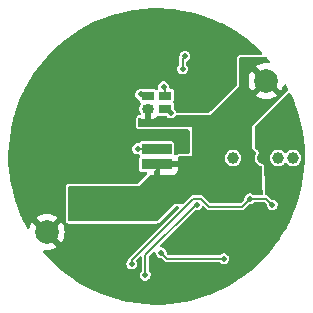
<source format=gbr>
%TF.GenerationSoftware,KiCad,Pcbnew,(6.0.1)*%
%TF.CreationDate,2023-02-09T13:28:00-07:00*%
%TF.ProjectId,NoteDetector,4e6f7465-4465-4746-9563-746f722e6b69,rev?*%
%TF.SameCoordinates,Original*%
%TF.FileFunction,Copper,L2,Bot*%
%TF.FilePolarity,Positive*%
%FSLAX46Y46*%
G04 Gerber Fmt 4.6, Leading zero omitted, Abs format (unit mm)*
G04 Created by KiCad (PCBNEW (6.0.1)) date 2023-02-09 13:28:00*
%MOMM*%
%LPD*%
G01*
G04 APERTURE LIST*
G04 Aperture macros list*
%AMRoundRect*
0 Rectangle with rounded corners*
0 $1 Rounding radius*
0 $2 $3 $4 $5 $6 $7 $8 $9 X,Y pos of 4 corners*
0 Add a 4 corners polygon primitive as box body*
4,1,4,$2,$3,$4,$5,$6,$7,$8,$9,$2,$3,0*
0 Add four circle primitives for the rounded corners*
1,1,$1+$1,$2,$3*
1,1,$1+$1,$4,$5*
1,1,$1+$1,$6,$7*
1,1,$1+$1,$8,$9*
0 Add four rect primitives between the rounded corners*
20,1,$1+$1,$2,$3,$4,$5,0*
20,1,$1+$1,$4,$5,$6,$7,0*
20,1,$1+$1,$6,$7,$8,$9,0*
20,1,$1+$1,$8,$9,$2,$3,0*%
G04 Aperture macros list end*
%TA.AperFunction,SMDPad,CuDef*%
%ADD10RoundRect,0.360000X0.140000X0.040000X-0.140000X0.040000X-0.140000X-0.040000X0.140000X-0.040000X0*%
%TD*%
%TA.AperFunction,SMDPad,CuDef*%
%ADD11R,1.000000X0.800000*%
%TD*%
%TA.AperFunction,SMDPad,CuDef*%
%ADD12RoundRect,0.090000X1.210000X0.360000X-1.210000X0.360000X-1.210000X-0.360000X1.210000X-0.360000X0*%
%TD*%
%TA.AperFunction,ComponentPad*%
%ADD13C,2.000000*%
%TD*%
%TA.AperFunction,ViaPad*%
%ADD14C,1.000000*%
%TD*%
%TA.AperFunction,ViaPad*%
%ADD15C,0.508000*%
%TD*%
%TA.AperFunction,Conductor*%
%ADD16C,0.152400*%
%TD*%
G04 APERTURE END LIST*
D10*
%TO.P,D1,1,A*%
%TO.N,+BATT*%
X-750000Y4050000D03*
D11*
%TO.P,D1,2,BK*%
%TO.N,Net-(C15-Pad1)*%
X750000Y4050000D03*
%TO.P,D1,3,GK*%
%TO.N,Net-(C14-Pad1)*%
X750000Y5150000D03*
%TO.P,D1,4,RK*%
%TO.N,Net-(C13-Pad1)*%
X-750000Y5150000D03*
%TD*%
D12*
%TO.P,MK1,2,+*%
%TO.N,+BATT*%
X0Y-650000D03*
%TO.P,MK1,1,-*%
%TO.N,/Audio_raw*%
X0Y650000D03*
%TD*%
D13*
%TO.P,J4,1,Pin_1*%
%TO.N,+BATT*%
X9300000Y6400000D03*
%TD*%
%TO.P,J5,1,Pin_1*%
%TO.N,GND*%
X-9300000Y-6400000D03*
%TD*%
D14*
%TO.N,/ICSP_DAT*%
X10287000Y-127000D03*
%TO.N,+BATT*%
X7747000Y-127000D03*
%TO.N,/ICSP_CLK*%
X11557000Y-127000D03*
%TO.N,GND*%
X9017000Y-127000D03*
%TO.N,/~{MCLR}*%
X6477000Y-127000D03*
D15*
%TO.N,+BATT*%
X5120300Y-3598080D03*
X6500000Y-3720300D03*
X6600000Y-2700000D03*
X2050000Y-387066D03*
%TO.N,GND*%
X550000Y10550000D03*
X-950000Y8450000D03*
X50000Y2000000D03*
X2500000Y672334D03*
%TO.N,Net-(C7-Pad1)*%
X-950000Y-10050000D03*
X3400000Y-4100000D03*
%TO.N,GND*%
X-2400000Y-750000D03*
X4500000Y10100000D03*
X3700000Y5950000D03*
X3700000Y4000000D03*
X7800000Y-6100000D03*
%TO.N,/Audio_raw*%
X-1600000Y650000D03*
%TO.N,/Audio_In*%
X9800000Y-4100000D03*
X7894204Y-3574798D03*
X-2100000Y-9100000D03*
%TO.N,Net-(C6-Pad2)*%
X5700000Y-8650000D03*
X385746Y-8147003D03*
%TO.N,Net-(Q4-Pad3)*%
X2400000Y8480420D03*
X2200000Y7421020D03*
%TO.N,Net-(C14-Pad1)*%
X600000Y5900000D03*
%TO.N,Net-(C13-Pad1)*%
X-1350000Y5250000D03*
%TO.N,Net-(C15-Pad1)*%
X1200000Y3700000D03*
%TO.N,+BATT*%
X-351116Y-5100000D03*
%TD*%
D16*
%TO.N,/Audio_In*%
X3079711Y-3570289D02*
X-2100000Y-8750000D01*
X3770289Y-3570289D02*
X3079711Y-3570289D01*
X4450000Y-4250000D02*
X3770289Y-3570289D01*
X-2100000Y-8750000D02*
X-2100000Y-9100000D01*
X7219002Y-4250000D02*
X4450000Y-4250000D01*
X7894204Y-3574798D02*
X7219002Y-4250000D01*
%TO.N,Net-(C7-Pad1)*%
X3300000Y-4100000D02*
X-950000Y-8350000D01*
X-950000Y-8350000D02*
X-950000Y-10050000D01*
X3400000Y-4100000D02*
X3300000Y-4100000D01*
%TO.N,+BATT*%
X0Y-650000D02*
X1787066Y-650000D01*
X1787066Y-650000D02*
X2050000Y-387066D01*
%TO.N,Net-(C6-Pad2)*%
X888743Y-8650000D02*
X5700000Y-8650000D01*
X385746Y-8147003D02*
X888743Y-8650000D01*
%TO.N,/Audio_raw*%
X-1600000Y650000D02*
X0Y650000D01*
%TO.N,/Audio_In*%
X9800000Y-4100000D02*
X9274798Y-3574798D01*
X9274798Y-3574798D02*
X7894204Y-3574798D01*
%TO.N,Net-(Q4-Pad3)*%
X2200000Y7421020D02*
X2200000Y8280420D01*
X2200000Y8280420D02*
X2400000Y8480420D01*
%TO.N,Net-(C14-Pad1)*%
X750000Y5750000D02*
X600000Y5900000D01*
X750000Y5150000D02*
X750000Y5750000D01*
%TO.N,Net-(C13-Pad1)*%
X-1250000Y5150000D02*
X-1350000Y5250000D01*
X-750000Y5150000D02*
X-1250000Y5150000D01*
%TO.N,Net-(C15-Pad1)*%
X850000Y4050000D02*
X1200000Y3700000D01*
X750000Y4050000D02*
X850000Y4050000D01*
%TD*%
%TA.AperFunction,Conductor*%
%TO.N,GND*%
G36*
X91116Y12547571D02*
G01*
X437748Y12535467D01*
X784389Y12523361D01*
X791394Y12522921D01*
X1482228Y12460050D01*
X1489214Y12459217D01*
X2175456Y12357882D01*
X2182386Y12356660D01*
X2861888Y12217178D01*
X2868738Y12215572D01*
X3539424Y12038369D01*
X3546174Y12036382D01*
X4205891Y11822027D01*
X4212520Y11819667D01*
X4859273Y11568808D01*
X4865759Y11566081D01*
X5212681Y11408711D01*
X5497482Y11279519D01*
X5503781Y11276447D01*
X6118549Y10955054D01*
X6124691Y10951621D01*
X6720528Y10596431D01*
X6726469Y10592661D01*
X7301563Y10204755D01*
X7307282Y10200661D01*
X7808739Y9820035D01*
X7859819Y9781263D01*
X7865300Y9776857D01*
X8393578Y9327256D01*
X8398789Y9322564D01*
X8901157Y8844166D01*
X8906097Y8839191D01*
X8914635Y8830099D01*
X8931395Y8812251D01*
X8963444Y8748900D01*
X8956156Y8678279D01*
X8911844Y8622808D01*
X8839543Y8600000D01*
X7126000Y8600000D01*
X7122654Y8599640D01*
X7122648Y8599640D01*
X7108564Y8598126D01*
X7083488Y8595430D01*
X7031146Y8584044D01*
X7021238Y8581622D01*
X6942686Y8539764D01*
X6889030Y8493271D01*
X6871555Y8476149D01*
X6828103Y8398467D01*
X6826109Y8391675D01*
X6809496Y8335096D01*
X6808101Y8330346D01*
X6807461Y8325898D01*
X6807460Y8325891D01*
X6802900Y8294170D01*
X6800000Y8274000D01*
X6800000Y6086967D01*
X6779998Y6018846D01*
X6762192Y5996977D01*
X6061371Y5310173D01*
X4585358Y3863680D01*
X4455081Y3736009D01*
X4392428Y3702615D01*
X4366890Y3700000D01*
X1768415Y3700000D01*
X1700294Y3720002D01*
X1653801Y3773658D01*
X1643688Y3808136D01*
X1641991Y3819986D01*
X1640718Y3828875D01*
X1586832Y3947390D01*
X1501850Y4046017D01*
X1494319Y4050899D01*
X1493667Y4051467D01*
X1455485Y4111322D01*
X1450500Y4146413D01*
X1450500Y4469748D01*
X1438867Y4528231D01*
X1431974Y4538547D01*
X1427223Y4550017D01*
X1430937Y4551555D01*
X1416472Y4597751D01*
X1431312Y4648289D01*
X1427223Y4649983D01*
X1431974Y4661453D01*
X1438867Y4671769D01*
X1450500Y4730252D01*
X1450500Y5569748D01*
X1438867Y5628231D01*
X1394552Y5694552D01*
X1328231Y5738867D01*
X1316062Y5741288D01*
X1316061Y5741288D01*
X1275816Y5749293D01*
X1269748Y5750500D01*
X1184065Y5750500D01*
X1115944Y5770502D01*
X1069451Y5824158D01*
X1058717Y5886880D01*
X1059037Y5888781D01*
X1059174Y5900000D01*
X1040718Y6028875D01*
X986832Y6147390D01*
X901850Y6246017D01*
X792601Y6316828D01*
X667870Y6354130D01*
X658894Y6354185D01*
X658893Y6354185D01*
X605678Y6354510D01*
X537683Y6354926D01*
X412505Y6319150D01*
X404918Y6314363D01*
X404916Y6314362D01*
X388083Y6303741D01*
X302400Y6249679D01*
X216219Y6152097D01*
X212404Y6143972D01*
X212403Y6143970D01*
X200468Y6118548D01*
X160890Y6034249D01*
X159509Y6025380D01*
X145091Y5932780D01*
X140860Y5905610D01*
X142024Y5896708D01*
X142024Y5896704D01*
X153520Y5808793D01*
X142520Y5738654D01*
X117679Y5703361D01*
X115761Y5701443D01*
X105448Y5694552D01*
X98557Y5684239D01*
X89778Y5675460D01*
X86757Y5678481D01*
X50279Y5647999D01*
X-20165Y5639157D01*
X-84207Y5669803D01*
X-89419Y5675819D01*
X-89778Y5675460D01*
X-98557Y5684239D01*
X-105448Y5694552D01*
X-171769Y5738867D01*
X-183938Y5741288D01*
X-183939Y5741288D01*
X-224184Y5749293D01*
X-230252Y5750500D01*
X-1269748Y5750500D01*
X-1328231Y5738867D01*
X-1347421Y5726044D01*
X-1348719Y5725177D01*
X-1401620Y5705107D01*
X-1403342Y5704871D01*
X-1412317Y5704926D01*
X-1537495Y5669150D01*
X-1545082Y5664363D01*
X-1545084Y5664362D01*
X-1585031Y5639157D01*
X-1647600Y5599679D01*
X-1733781Y5502097D01*
X-1737596Y5493972D01*
X-1737597Y5493970D01*
X-1785074Y5392846D01*
X-1789110Y5384249D01*
X-1790491Y5375380D01*
X-1798931Y5321173D01*
X-1809140Y5255610D01*
X-1807976Y5246708D01*
X-1807976Y5246705D01*
X-1802479Y5204671D01*
X-1792259Y5126519D01*
X-1739826Y5007355D01*
X-1656054Y4907697D01*
X-1547680Y4835556D01*
X-1539108Y4832878D01*
X-1539106Y4832877D01*
X-1537125Y4832258D01*
X-1535413Y4831116D01*
X-1531011Y4829016D01*
X-1531314Y4828380D01*
X-1478069Y4792850D01*
X-1451688Y4730016D01*
X-1450500Y4730252D01*
X-1438867Y4671769D01*
X-1394552Y4605448D01*
X-1384239Y4598557D01*
X-1384236Y4598554D01*
X-1378443Y4594683D01*
X-1332916Y4540206D01*
X-1324069Y4469762D01*
X-1348483Y4413216D01*
X-1379596Y4372668D01*
X-1436074Y4236320D01*
X-1450500Y4126741D01*
X-1450499Y3973260D01*
X-1449961Y3969175D01*
X-1449961Y3969171D01*
X-1446018Y3939218D01*
X-1436074Y3863680D01*
X-1379596Y3727331D01*
X-1374569Y3720780D01*
X-1374567Y3720776D01*
X-1351378Y3690555D01*
X-1325778Y3624335D01*
X-1340043Y3554786D01*
X-1389645Y3503990D01*
X-1434865Y3491427D01*
X-1434531Y3489101D01*
X-1504805Y3478997D01*
X-1506681Y3478609D01*
X-1506692Y3478607D01*
X-1512543Y3477396D01*
X-1528762Y3474041D01*
X-1607314Y3432183D01*
X-1660970Y3385690D01*
X-1678445Y3368568D01*
X-1721897Y3290886D01*
X-1741899Y3222765D01*
X-1750000Y3166419D01*
X-1750000Y2626000D01*
X-1745430Y2583488D01*
X-1734044Y2531146D01*
X-1731622Y2521238D01*
X-1689764Y2442686D01*
X-1643271Y2389030D01*
X-1626149Y2371555D01*
X-1548467Y2328103D01*
X-1515002Y2318277D01*
X-1484669Y2309370D01*
X-1484665Y2309369D01*
X-1480346Y2308101D01*
X-1475898Y2307461D01*
X-1475891Y2307460D01*
X-1428448Y2300639D01*
X-1428441Y2300639D01*
X-1424000Y2300000D01*
X2674000Y2300000D01*
X2742121Y2279998D01*
X2788614Y2226342D01*
X2800000Y2174000D01*
X2800000Y326000D01*
X2779998Y257879D01*
X2726342Y211386D01*
X2674000Y200000D01*
X1918656Y200000D01*
X1863452Y192231D01*
X1859219Y191016D01*
X1859217Y191015D01*
X1816428Y178727D01*
X1796597Y173032D01*
X1774636Y165315D01*
X1767383Y160132D01*
X1767380Y160130D01*
X1740277Y140760D01*
X1702220Y113562D01*
X1701620Y114402D01*
X1643421Y86494D01*
X1572971Y95280D01*
X1518454Y140760D01*
X1497179Y208494D01*
X1498005Y225440D01*
X1500500Y246842D01*
X1500500Y1053158D01*
X1497486Y1078489D01*
X1493649Y1087128D01*
X1493648Y1087131D01*
X1458277Y1166763D01*
X1458276Y1166764D01*
X1453556Y1177391D01*
X1376966Y1253847D01*
X1277987Y1297605D01*
X1261717Y1299502D01*
X1256797Y1300076D01*
X1256792Y1300076D01*
X1253158Y1300500D01*
X-1253158Y1300500D01*
X-1261745Y1299478D01*
X-1269097Y1298604D01*
X-1269100Y1298603D01*
X-1278489Y1297486D01*
X-1287128Y1293649D01*
X-1287131Y1293648D01*
X-1366763Y1258277D01*
X-1366764Y1258276D01*
X-1377391Y1253556D01*
X-1453847Y1176966D01*
X-1458552Y1166325D01*
X-1463456Y1159162D01*
X-1518446Y1114255D01*
X-1568189Y1104350D01*
X-1662317Y1104926D01*
X-1787495Y1069150D01*
X-1897600Y999679D01*
X-1983781Y902097D01*
X-1987596Y893972D01*
X-1987597Y893970D01*
X-1998019Y871771D01*
X-2039110Y784249D01*
X-2040491Y775380D01*
X-2052962Y695285D01*
X-2059140Y655610D01*
X-2057976Y646708D01*
X-2057976Y646705D01*
X-2043520Y536161D01*
X-2042259Y526519D01*
X-1989826Y407355D01*
X-1906054Y307697D01*
X-1898586Y302726D01*
X-1898585Y302725D01*
X-1805150Y240528D01*
X-1805147Y240527D01*
X-1797680Y235556D01*
X-1789113Y232880D01*
X-1789112Y232879D01*
X-1765326Y225448D01*
X-1673413Y196733D01*
X-1664440Y196569D01*
X-1664437Y196568D01*
X-1564540Y194737D01*
X-1496798Y173489D01*
X-1463011Y140127D01*
X-1458279Y133241D01*
X-1453556Y122609D01*
X-1420051Y89163D01*
X-1385973Y26884D01*
X-1390976Y-43936D01*
X-1419894Y-89022D01*
X-1453847Y-123034D01*
X-1497605Y-222013D01*
X-1500500Y-246842D01*
X-1500500Y-1053158D01*
X-1497486Y-1078489D01*
X-1493649Y-1087128D01*
X-1493648Y-1087131D01*
X-1458277Y-1166763D01*
X-1453556Y-1177391D01*
X-1376966Y-1253847D01*
X-1277987Y-1297605D01*
X-1261717Y-1299502D01*
X-1256797Y-1300076D01*
X-1256792Y-1300076D01*
X-1253158Y-1300500D01*
X-887532Y-1300500D01*
X-819411Y-1320502D01*
X-772918Y-1374158D01*
X-762814Y-1444432D01*
X-792308Y-1509012D01*
X-798437Y-1515595D01*
X-1545937Y-2263095D01*
X-1608249Y-2297121D01*
X-1635032Y-2300000D01*
X-7374000Y-2300000D01*
X-7377346Y-2300360D01*
X-7377352Y-2300360D01*
X-7391436Y-2301874D01*
X-7416512Y-2304570D01*
X-7468854Y-2315956D01*
X-7478762Y-2318378D01*
X-7557314Y-2360236D01*
X-7610970Y-2406729D01*
X-7628445Y-2423851D01*
X-7671897Y-2501533D01*
X-7691899Y-2569654D01*
X-7692539Y-2574102D01*
X-7692540Y-2574109D01*
X-7697538Y-2608876D01*
X-7700000Y-2626000D01*
X-7700000Y-5374000D01*
X-7695430Y-5416512D01*
X-7684044Y-5468854D01*
X-7681622Y-5478762D01*
X-7639764Y-5557314D01*
X-7593271Y-5610970D01*
X-7576149Y-5628445D01*
X-7498467Y-5671897D01*
X-7465002Y-5681723D01*
X-7434669Y-5690630D01*
X-7434665Y-5690631D01*
X-7430346Y-5691899D01*
X-7425898Y-5692539D01*
X-7425891Y-5692540D01*
X-7378448Y-5699361D01*
X-7378441Y-5699361D01*
X-7374000Y-5700000D01*
X-52190Y-5700000D01*
X-30814Y-5698854D01*
X-4031Y-5695975D01*
X70445Y-5672656D01*
X78162Y-5668442D01*
X128806Y-5640788D01*
X128811Y-5640785D01*
X132757Y-5638630D01*
X146362Y-5628445D01*
X174721Y-5607215D01*
X174723Y-5607213D01*
X178326Y-5604516D01*
X1545937Y-4236905D01*
X1608249Y-4202879D01*
X1635032Y-4200000D01*
X1754497Y-4200000D01*
X1822618Y-4220002D01*
X1869111Y-4273658D01*
X1879215Y-4343932D01*
X1849721Y-4408512D01*
X1843592Y-4415095D01*
X-2261857Y-8520544D01*
X-2263320Y-8521807D01*
X-2267833Y-8524013D01*
X-2275704Y-8532498D01*
X-2298366Y-8556928D01*
X-2301646Y-8560333D01*
X-2313855Y-8572542D01*
X-2316427Y-8576292D01*
X-2318175Y-8578282D01*
X-2330023Y-8591054D01*
X-2330024Y-8591056D01*
X-2337935Y-8599584D01*
X-2342246Y-8610389D01*
X-2346211Y-8616662D01*
X-2347768Y-8619578D01*
X-2350775Y-8626363D01*
X-2357356Y-8635956D01*
X-2360042Y-8647272D01*
X-2360042Y-8647273D01*
X-2362429Y-8657332D01*
X-2367992Y-8674919D01*
X-2376132Y-8695324D01*
X-2376700Y-8701117D01*
X-2376700Y-8702944D01*
X-2377299Y-8705405D01*
X-2405286Y-8759024D01*
X-2477839Y-8841174D01*
X-2477841Y-8841178D01*
X-2483781Y-8847903D01*
X-2487596Y-8856028D01*
X-2487597Y-8856030D01*
X-2522132Y-8929588D01*
X-2539110Y-8965751D01*
X-2540491Y-8974620D01*
X-2555929Y-9073770D01*
X-2559140Y-9094390D01*
X-2557976Y-9103291D01*
X-2557976Y-9103295D01*
X-2544756Y-9204389D01*
X-2542259Y-9223481D01*
X-2489826Y-9342645D01*
X-2406054Y-9442303D01*
X-2398586Y-9447274D01*
X-2398585Y-9447275D01*
X-2305150Y-9509472D01*
X-2305147Y-9509473D01*
X-2297680Y-9514444D01*
X-2289113Y-9517120D01*
X-2289112Y-9517121D01*
X-2267829Y-9523770D01*
X-2173413Y-9553267D01*
X-2164440Y-9553431D01*
X-2164437Y-9553432D01*
X-2107210Y-9554481D01*
X-2043245Y-9555653D01*
X-1991083Y-9541432D01*
X-1926299Y-9523770D01*
X-1926297Y-9523769D01*
X-1917640Y-9521409D01*
X-1806694Y-9453288D01*
X-1790533Y-9435434D01*
X-1725356Y-9363427D01*
X-1725355Y-9363426D01*
X-1719328Y-9356767D01*
X-1662563Y-9239604D01*
X-1640963Y-9111219D01*
X-1640826Y-9100000D01*
X-1659282Y-8971125D01*
X-1665420Y-8957625D01*
X-1707694Y-8864647D01*
X-1717680Y-8794356D01*
X-1688080Y-8729825D01*
X-1682088Y-8723401D01*
X-1441795Y-8483108D01*
X-1379483Y-8449082D01*
X-1308668Y-8454147D01*
X-1251832Y-8496694D01*
X-1227021Y-8563214D01*
X-1226700Y-8572203D01*
X-1226700Y-9628982D01*
X-1246702Y-9697103D01*
X-1258259Y-9712389D01*
X-1327836Y-9791170D01*
X-1327840Y-9791176D01*
X-1333781Y-9797903D01*
X-1389110Y-9915751D01*
X-1390491Y-9924620D01*
X-1401427Y-9994857D01*
X-1409140Y-10044390D01*
X-1407976Y-10053292D01*
X-1407976Y-10053295D01*
X-1401632Y-10101808D01*
X-1392259Y-10173481D01*
X-1339826Y-10292645D01*
X-1256054Y-10392303D01*
X-1248586Y-10397274D01*
X-1248585Y-10397275D01*
X-1155150Y-10459472D01*
X-1155147Y-10459473D01*
X-1147680Y-10464444D01*
X-1139113Y-10467120D01*
X-1139112Y-10467121D01*
X-1117829Y-10473770D01*
X-1023413Y-10503267D01*
X-1014440Y-10503431D01*
X-1014437Y-10503432D01*
X-957210Y-10504481D01*
X-893245Y-10505653D01*
X-841083Y-10491432D01*
X-776299Y-10473770D01*
X-776297Y-10473769D01*
X-767640Y-10471409D01*
X-656694Y-10403288D01*
X-569328Y-10306767D01*
X-557062Y-10281451D01*
X-516478Y-10197685D01*
X-516478Y-10197684D01*
X-512563Y-10189604D01*
X-490963Y-10061219D01*
X-490826Y-10050000D01*
X-509282Y-9921125D01*
X-563168Y-9802610D01*
X-642754Y-9710245D01*
X-672067Y-9645585D01*
X-673300Y-9628000D01*
X-673300Y-8516803D01*
X-653298Y-8448682D01*
X-636395Y-8427708D01*
X-286257Y-8077570D01*
X-223945Y-8043544D01*
X-153130Y-8048609D01*
X-96294Y-8091156D01*
X-72226Y-8150327D01*
X-58848Y-8252625D01*
X-56513Y-8270484D01*
X-4080Y-8389648D01*
X79692Y-8489306D01*
X87160Y-8494277D01*
X87161Y-8494278D01*
X180596Y-8556475D01*
X180599Y-8556476D01*
X188066Y-8561447D01*
X196633Y-8564123D01*
X196634Y-8564124D01*
X225452Y-8573127D01*
X312333Y-8600270D01*
X321306Y-8600434D01*
X321309Y-8600435D01*
X399395Y-8601866D01*
X467138Y-8623113D01*
X486181Y-8638750D01*
X659284Y-8811853D01*
X660550Y-8813319D01*
X662756Y-8817833D01*
X671238Y-8825701D01*
X695684Y-8848378D01*
X699089Y-8851658D01*
X711285Y-8863854D01*
X715032Y-8866424D01*
X717003Y-8868155D01*
X729797Y-8880023D01*
X729800Y-8880025D01*
X738327Y-8887935D01*
X749132Y-8892246D01*
X755395Y-8896205D01*
X758329Y-8897772D01*
X765106Y-8900775D01*
X774699Y-8907356D01*
X794596Y-8912078D01*
X796067Y-8912427D01*
X813663Y-8917992D01*
X825807Y-8922837D01*
X825810Y-8922838D01*
X834067Y-8926132D01*
X839860Y-8926700D01*
X842943Y-8926700D01*
X846012Y-8926850D01*
X845993Y-8927230D01*
X852051Y-8927939D01*
X852053Y-8927902D01*
X863671Y-8928470D01*
X874992Y-8931157D01*
X886521Y-8929588D01*
X886522Y-8929588D01*
X895257Y-8928399D01*
X899285Y-8927851D01*
X916275Y-8926700D01*
X5280113Y-8926700D01*
X5348234Y-8946702D01*
X5376561Y-8971621D01*
X5393946Y-8992303D01*
X5401414Y-8997274D01*
X5401415Y-8997275D01*
X5494850Y-9059472D01*
X5494853Y-9059473D01*
X5502320Y-9064444D01*
X5510887Y-9067120D01*
X5510888Y-9067121D01*
X5532171Y-9073770D01*
X5626587Y-9103267D01*
X5635560Y-9103431D01*
X5635563Y-9103432D01*
X5692790Y-9104481D01*
X5756755Y-9105653D01*
X5830609Y-9085518D01*
X5873701Y-9073770D01*
X5873703Y-9073769D01*
X5882360Y-9071409D01*
X5993306Y-9003288D01*
X6021968Y-8971623D01*
X6074644Y-8913427D01*
X6074645Y-8913426D01*
X6080672Y-8906767D01*
X6085790Y-8896205D01*
X6133522Y-8797685D01*
X6133522Y-8797684D01*
X6137437Y-8789604D01*
X6159037Y-8661219D01*
X6159174Y-8650000D01*
X6140718Y-8521125D01*
X6107780Y-8448682D01*
X6090548Y-8410782D01*
X6090547Y-8410780D01*
X6086832Y-8402610D01*
X6001850Y-8303983D01*
X5892601Y-8233172D01*
X5767870Y-8195870D01*
X5758894Y-8195815D01*
X5758893Y-8195815D01*
X5705678Y-8195490D01*
X5637683Y-8195074D01*
X5512505Y-8230850D01*
X5504918Y-8235637D01*
X5504916Y-8235638D01*
X5463793Y-8261585D01*
X5402400Y-8300321D01*
X5396458Y-8307049D01*
X5396457Y-8307050D01*
X5375563Y-8330708D01*
X5315477Y-8368526D01*
X5281122Y-8373300D01*
X1055546Y-8373300D01*
X987425Y-8353298D01*
X966451Y-8336395D01*
X881451Y-8251395D01*
X847425Y-8189083D01*
X845500Y-8158231D01*
X844783Y-8158222D01*
X844861Y-8151863D01*
X844861Y-8151859D01*
X844920Y-8147003D01*
X826464Y-8018128D01*
X799521Y-7958870D01*
X776294Y-7907785D01*
X776293Y-7907783D01*
X772578Y-7899613D01*
X725145Y-7844564D01*
X693459Y-7807790D01*
X693458Y-7807789D01*
X687596Y-7800986D01*
X578347Y-7730175D01*
X453616Y-7692873D01*
X444639Y-7692818D01*
X444638Y-7692818D01*
X402171Y-7692558D01*
X334174Y-7672139D01*
X288011Y-7618200D01*
X278338Y-7547865D01*
X308226Y-7483466D01*
X313848Y-7477465D01*
X3205904Y-4585409D01*
X3268216Y-4551383D01*
X3315143Y-4550125D01*
X3318023Y-4550591D01*
X3326587Y-4553267D01*
X3456755Y-4555653D01*
X3546605Y-4531157D01*
X3573701Y-4523770D01*
X3573703Y-4523769D01*
X3582360Y-4521409D01*
X3669060Y-4468175D01*
X3685658Y-4457984D01*
X3685659Y-4457984D01*
X3693306Y-4453288D01*
X3712373Y-4432223D01*
X3774644Y-4363427D01*
X3774645Y-4363426D01*
X3780672Y-4356767D01*
X3829020Y-4256977D01*
X3876722Y-4204394D01*
X3945281Y-4185948D01*
X4012928Y-4207495D01*
X4031507Y-4222820D01*
X4220544Y-4411857D01*
X4221807Y-4413320D01*
X4224013Y-4417833D01*
X4232498Y-4425704D01*
X4256928Y-4448366D01*
X4260333Y-4451646D01*
X4272542Y-4463855D01*
X4276292Y-4466427D01*
X4278282Y-4468175D01*
X4299584Y-4487935D01*
X4310392Y-4492247D01*
X4316672Y-4496217D01*
X4319578Y-4497769D01*
X4326361Y-4500775D01*
X4335956Y-4507357D01*
X4357327Y-4512428D01*
X4374930Y-4517995D01*
X4387062Y-4522836D01*
X4387065Y-4522837D01*
X4395324Y-4526132D01*
X4401117Y-4526700D01*
X4404202Y-4526700D01*
X4407269Y-4526850D01*
X4407250Y-4527230D01*
X4413312Y-4527939D01*
X4413314Y-4527902D01*
X4424927Y-4528470D01*
X4436250Y-4531157D01*
X4447779Y-4529588D01*
X4447780Y-4529588D01*
X4459161Y-4528039D01*
X4460543Y-4527851D01*
X4477533Y-4526700D01*
X7171202Y-4526700D01*
X7173129Y-4526841D01*
X7177881Y-4528473D01*
X7189442Y-4528039D01*
X7222738Y-4526789D01*
X7227465Y-4526700D01*
X7244738Y-4526700D01*
X7249210Y-4525867D01*
X7251843Y-4525696D01*
X7280887Y-4524606D01*
X7291576Y-4520014D01*
X7298817Y-4518382D01*
X7301980Y-4517421D01*
X7308904Y-4514750D01*
X7320339Y-4512620D01*
X7330238Y-4506518D01*
X7330244Y-4506516D01*
X7339045Y-4501091D01*
X7355414Y-4492588D01*
X7367426Y-4487427D01*
X7367427Y-4487426D01*
X7375595Y-4483917D01*
X7380093Y-4480222D01*
X7382283Y-4478032D01*
X7384545Y-4475981D01*
X7384801Y-4476263D01*
X7389591Y-4472476D01*
X7389567Y-4472449D01*
X7398184Y-4464636D01*
X7408087Y-4458531D01*
X7422928Y-4439014D01*
X7434129Y-4426186D01*
X7794179Y-4066136D01*
X7856491Y-4032110D01*
X7885580Y-4029252D01*
X7950959Y-4030451D01*
X8003121Y-4016230D01*
X8067905Y-3998568D01*
X8067907Y-3998567D01*
X8076564Y-3996207D01*
X8187510Y-3928086D01*
X8219320Y-3892943D01*
X8279863Y-3855861D01*
X8312735Y-3851498D01*
X9107995Y-3851498D01*
X9176116Y-3871500D01*
X9197090Y-3888403D01*
X9305324Y-3996637D01*
X9339350Y-4058949D01*
X9342121Y-4086291D01*
X9340860Y-4094390D01*
X9342024Y-4103292D01*
X9342024Y-4103295D01*
X9356577Y-4214582D01*
X9357741Y-4223481D01*
X9410174Y-4342645D01*
X9493946Y-4442303D01*
X9501414Y-4447274D01*
X9501415Y-4447275D01*
X9594850Y-4509472D01*
X9594853Y-4509473D01*
X9602320Y-4514444D01*
X9610887Y-4517120D01*
X9610888Y-4517121D01*
X9645836Y-4528039D01*
X9726587Y-4553267D01*
X9735560Y-4553431D01*
X9735563Y-4553432D01*
X9792790Y-4554481D01*
X9856755Y-4555653D01*
X9946605Y-4531157D01*
X9973701Y-4523770D01*
X9973703Y-4523769D01*
X9982360Y-4521409D01*
X10069060Y-4468175D01*
X10085658Y-4457984D01*
X10085659Y-4457984D01*
X10093306Y-4453288D01*
X10112373Y-4432223D01*
X10174644Y-4363427D01*
X10174645Y-4363426D01*
X10180672Y-4356767D01*
X10237437Y-4239604D01*
X10259037Y-4111219D01*
X10259174Y-4100000D01*
X10240718Y-3971125D01*
X10213775Y-3911867D01*
X10190548Y-3860782D01*
X10190547Y-3860780D01*
X10186832Y-3852610D01*
X10101850Y-3753983D01*
X9992601Y-3683172D01*
X9867870Y-3645870D01*
X9858894Y-3645815D01*
X9858893Y-3645815D01*
X9788116Y-3645382D01*
X9720119Y-3624963D01*
X9699792Y-3608479D01*
X9504254Y-3412941D01*
X9502991Y-3411478D01*
X9500785Y-3406965D01*
X9467870Y-3376432D01*
X9464465Y-3373152D01*
X9452256Y-3360943D01*
X9448506Y-3358371D01*
X9446516Y-3356623D01*
X9433744Y-3344775D01*
X9433742Y-3344774D01*
X9425214Y-3336863D01*
X9414409Y-3332552D01*
X9408136Y-3328587D01*
X9405220Y-3327030D01*
X9398435Y-3324023D01*
X9388842Y-3317442D01*
X9377526Y-3314756D01*
X9377525Y-3314756D01*
X9367466Y-3312369D01*
X9349879Y-3306806D01*
X9329474Y-3298666D01*
X9323681Y-3298098D01*
X9320596Y-3298098D01*
X9317529Y-3297948D01*
X9317548Y-3297568D01*
X9311488Y-3296859D01*
X9311486Y-3296896D01*
X9299869Y-3296328D01*
X9294734Y-3295109D01*
X9293819Y-3294791D01*
X9292982Y-3294693D01*
X9288549Y-3293641D01*
X9288698Y-3293011D01*
X9230911Y-3272928D01*
X9187096Y-3217065D01*
X9178413Y-3165522D01*
X9178623Y-3163741D01*
X9161473Y-2494873D01*
X9158021Y-2360236D01*
X9120991Y-916088D01*
X9120991Y-916081D01*
X9120961Y-914923D01*
X9120052Y-900326D01*
X9118237Y-882012D01*
X9098651Y-813408D01*
X9067296Y-749710D01*
X9055167Y-728460D01*
X8991054Y-666719D01*
X8930239Y-630086D01*
X8877792Y-607951D01*
X8846140Y-599647D01*
X8817994Y-588503D01*
X8817221Y-588083D01*
X8738333Y-545251D01*
X8713656Y-527714D01*
X8711175Y-525456D01*
X8653650Y-473113D01*
X8646612Y-466709D01*
X8626829Y-443790D01*
X8576271Y-368551D01*
X8562526Y-341573D01*
X8560212Y-335249D01*
X8560212Y-335248D01*
X8540592Y-281634D01*
X8540591Y-281633D01*
X8540590Y-281629D01*
X8540589Y-281628D01*
X8531375Y-256452D01*
X8524462Y-226977D01*
X8514515Y-136878D01*
X8514696Y-119611D01*
X9581394Y-119611D01*
X9599999Y-288135D01*
X9658266Y-447356D01*
X9662502Y-453659D01*
X9662502Y-453660D01*
X9675574Y-473113D01*
X9752830Y-588083D01*
X9758442Y-593190D01*
X9758445Y-593193D01*
X9872612Y-697077D01*
X9872616Y-697080D01*
X9878233Y-702191D01*
X9884906Y-705814D01*
X9884910Y-705817D01*
X10020558Y-779467D01*
X10020560Y-779468D01*
X10027235Y-783092D01*
X10034584Y-785020D01*
X10183883Y-824188D01*
X10183885Y-824188D01*
X10191233Y-826116D01*
X10277609Y-827473D01*
X10353161Y-828660D01*
X10353164Y-828660D01*
X10360760Y-828779D01*
X10368165Y-827083D01*
X10368166Y-827083D01*
X10450020Y-808336D01*
X10526029Y-790928D01*
X10677498Y-714747D01*
X10806423Y-604634D01*
X10818504Y-587821D01*
X10874497Y-544174D01*
X10945201Y-537727D01*
X11008166Y-570529D01*
X11016207Y-579014D01*
X11018594Y-581780D01*
X11022830Y-588083D01*
X11028446Y-593193D01*
X11028449Y-593196D01*
X11142612Y-697077D01*
X11142616Y-697080D01*
X11148233Y-702191D01*
X11154906Y-705814D01*
X11154910Y-705817D01*
X11290558Y-779467D01*
X11290560Y-779468D01*
X11297235Y-783092D01*
X11304584Y-785020D01*
X11453883Y-824188D01*
X11453885Y-824188D01*
X11461233Y-826116D01*
X11547609Y-827473D01*
X11623161Y-828660D01*
X11623164Y-828660D01*
X11630760Y-828779D01*
X11638165Y-827083D01*
X11638166Y-827083D01*
X11720020Y-808336D01*
X11796029Y-790928D01*
X11947498Y-714747D01*
X12076423Y-604634D01*
X12175361Y-466947D01*
X12184670Y-443790D01*
X12235766Y-316687D01*
X12235767Y-316685D01*
X12238601Y-309634D01*
X12262490Y-141778D01*
X12262645Y-127000D01*
X12260840Y-112080D01*
X12258004Y-88653D01*
X12242276Y41320D01*
X12182345Y199923D01*
X12147595Y250484D01*
X12090614Y333392D01*
X12090613Y333393D01*
X12086312Y339651D01*
X12074514Y350163D01*
X11965392Y447388D01*
X11965388Y447390D01*
X11959721Y452440D01*
X11809881Y531776D01*
X11645441Y573081D01*
X11637843Y573121D01*
X11637841Y573121D01*
X11560668Y573525D01*
X11475895Y573969D01*
X11468508Y572195D01*
X11468504Y572195D01*
X11344770Y542488D01*
X11311032Y534388D01*
X11304288Y530907D01*
X11304285Y530906D01*
X11167117Y460108D01*
X11160369Y456625D01*
X11154647Y451633D01*
X11154645Y451632D01*
X11123676Y424616D01*
X11032604Y345169D01*
X11028237Y338955D01*
X11028235Y338953D01*
X11025574Y335167D01*
X10970039Y290936D01*
X10899407Y283751D01*
X10836103Y315893D01*
X10825837Y327867D01*
X10825639Y327692D01*
X10820613Y333392D01*
X10816312Y339651D01*
X10804514Y350163D01*
X10695392Y447388D01*
X10695388Y447390D01*
X10689721Y452440D01*
X10539881Y531776D01*
X10375441Y573081D01*
X10367843Y573121D01*
X10367841Y573121D01*
X10290668Y573525D01*
X10205895Y573969D01*
X10198508Y572195D01*
X10198504Y572195D01*
X10074770Y542488D01*
X10041032Y534388D01*
X10034288Y530907D01*
X10034285Y530906D01*
X9897117Y460108D01*
X9890369Y456625D01*
X9884647Y451633D01*
X9884645Y451632D01*
X9853676Y424616D01*
X9762604Y345169D01*
X9754327Y333392D01*
X9676049Y222013D01*
X9665113Y206453D01*
X9603524Y48487D01*
X9602532Y40954D01*
X9602532Y40953D01*
X9582445Y-111629D01*
X9581394Y-119611D01*
X8514696Y-119611D01*
X8514833Y-106601D01*
X8515911Y-98413D01*
X8515912Y-98402D01*
X8526664Y-16731D01*
X8534193Y12592D01*
X8545349Y41206D01*
X8567284Y97468D01*
X8579188Y120543D01*
X8579743Y121332D01*
X8580789Y123043D01*
X8592012Y141400D01*
X8592022Y141418D01*
X8593067Y143127D01*
X8608036Y171546D01*
X8622444Y222013D01*
X8628783Y244217D01*
X8628783Y244219D01*
X8630572Y250484D01*
X8635637Y321299D01*
X8635703Y327692D01*
X8635795Y336755D01*
X8635887Y345765D01*
X8611682Y431419D01*
X8600645Y451632D01*
X8579814Y489780D01*
X8579811Y489785D01*
X8577656Y493731D01*
X8549175Y531776D01*
X8546241Y535695D01*
X8546239Y535697D01*
X8543542Y539300D01*
X8336905Y745937D01*
X8302879Y808249D01*
X8300000Y835032D01*
X8300000Y2414968D01*
X8320002Y2483089D01*
X8336905Y2504063D01*
X11167601Y5334759D01*
X11229913Y5368785D01*
X11300728Y5363720D01*
X11357564Y5321173D01*
X11371803Y5296913D01*
X11599776Y4784878D01*
X11602457Y4778372D01*
X11848783Y4129914D01*
X11851097Y4123270D01*
X11899980Y3969171D01*
X12055597Y3478607D01*
X12060851Y3462044D01*
X12062786Y3455294D01*
X12138111Y3161923D01*
X12235299Y2783400D01*
X12236856Y2776548D01*
X12301727Y2448925D01*
X12371592Y2096078D01*
X12372766Y2089141D01*
X12469311Y1402191D01*
X12470095Y1395198D01*
X12528140Y703959D01*
X12528533Y696934D01*
X12547926Y2642D01*
X12547963Y-2635D01*
X12543145Y-347717D01*
X12542961Y-352992D01*
X12504188Y-1046481D01*
X12503599Y-1053492D01*
X12426275Y-1742859D01*
X12425296Y-1749823D01*
X12331346Y-2305288D01*
X12309614Y-2433772D01*
X12308250Y-2440666D01*
X12215610Y-2848423D01*
X12154562Y-3117128D01*
X12152812Y-3123943D01*
X11961603Y-3790765D01*
X11959479Y-3797460D01*
X11731668Y-4451646D01*
X11731355Y-4452546D01*
X11728860Y-4459116D01*
X11483338Y-5054795D01*
X11464509Y-5100478D01*
X11461650Y-5106900D01*
X11177991Y-5698945D01*
X11161919Y-5732489D01*
X11158708Y-5738737D01*
X11007101Y-6014510D01*
X10824515Y-6346632D01*
X10820954Y-6352701D01*
X10453349Y-6940991D01*
X10449481Y-6946814D01*
X10212879Y-7282218D01*
X10049604Y-7513675D01*
X10045395Y-7519301D01*
X9880297Y-7727603D01*
X9614510Y-8062943D01*
X9609987Y-8068333D01*
X9149438Y-8587061D01*
X9144622Y-8592190D01*
X8948582Y-8789604D01*
X8672997Y-9067121D01*
X8655818Y-9084420D01*
X8650729Y-9089266D01*
X8135226Y-9553427D01*
X8129886Y-9557972D01*
X7956842Y-9697103D01*
X7589256Y-9992649D01*
X7583652Y-9996903D01*
X7019586Y-10400735D01*
X7013785Y-10404647D01*
X6428086Y-10776343D01*
X6422045Y-10779944D01*
X5929858Y-11055019D01*
X5816517Y-11118363D01*
X5810289Y-11121620D01*
X5186800Y-11425715D01*
X5180392Y-11428622D01*
X4540902Y-11697438D01*
X4534342Y-11699982D01*
X4366660Y-11759691D01*
X3880860Y-11932676D01*
X3874190Y-11934844D01*
X3591424Y-12018067D01*
X3208702Y-12130708D01*
X3201899Y-12132505D01*
X2526557Y-12290905D01*
X2519665Y-12292320D01*
X2282094Y-12334211D01*
X1836500Y-12412781D01*
X1829574Y-12413803D01*
X1140733Y-12495943D01*
X1133741Y-12496578D01*
X441422Y-12540136D01*
X434423Y-12540380D01*
X53936Y-12543037D01*
X-259260Y-12545223D01*
X-266294Y-12545076D01*
X-732091Y-12522295D01*
X-959164Y-12511189D01*
X-966167Y-12510650D01*
X-1656060Y-12438140D01*
X-1663035Y-12437209D01*
X-2347777Y-12326304D01*
X-2354688Y-12324986D01*
X-2892911Y-12206651D01*
X-3032218Y-12176022D01*
X-3039026Y-12174324D01*
X-3707142Y-11987783D01*
X-3713864Y-11985703D01*
X-4370562Y-11762144D01*
X-4377156Y-11759691D01*
X-4672155Y-11640504D01*
X-5020324Y-11499835D01*
X-5026756Y-11497026D01*
X-5654417Y-11201670D01*
X-5660696Y-11198499D01*
X-6270907Y-10868559D01*
X-6277000Y-10865041D01*
X-6867825Y-10501563D01*
X-6873713Y-10497710D01*
X-7443340Y-10101808D01*
X-7449003Y-10097632D01*
X-7995617Y-9670571D01*
X-8001039Y-9666086D01*
X-8424809Y-9295103D01*
X-8522973Y-9209167D01*
X-8528134Y-9204389D01*
X-8631396Y-9103267D01*
X-8828712Y-8910042D01*
X-9023774Y-8719023D01*
X-9028661Y-8713961D01*
X-9496394Y-8201728D01*
X-9500992Y-8196402D01*
X-9575809Y-8104667D01*
X-9603363Y-8039235D01*
X-9591167Y-7969293D01*
X-9543095Y-7917048D01*
X-9468280Y-7899419D01*
X-9304930Y-7912275D01*
X-9295070Y-7912275D01*
X-9068301Y-7894428D01*
X-9058554Y-7892885D01*
X-8837373Y-7839783D01*
X-8827988Y-7836734D01*
X-8617837Y-7749687D01*
X-8609042Y-7745205D01*
X-8441555Y-7642568D01*
X-8432093Y-7632110D01*
X-8435876Y-7623334D01*
X-9658078Y-6401132D01*
X-8935592Y-6401132D01*
X-8935461Y-6402965D01*
X-8931210Y-6409580D01*
X-8079710Y-7261080D01*
X-8067330Y-7267840D01*
X-8059680Y-7262113D01*
X-7954795Y-7090958D01*
X-7950313Y-7082163D01*
X-7863266Y-6872012D01*
X-7860217Y-6862627D01*
X-7807115Y-6641446D01*
X-7805572Y-6631699D01*
X-7787725Y-6404930D01*
X-7787725Y-6395070D01*
X-7805572Y-6168301D01*
X-7807115Y-6158554D01*
X-7860217Y-5937373D01*
X-7863266Y-5927988D01*
X-7950313Y-5717837D01*
X-7954795Y-5709042D01*
X-8057432Y-5541555D01*
X-8067890Y-5532093D01*
X-8076666Y-5535876D01*
X-8927978Y-6387188D01*
X-8935592Y-6401132D01*
X-9658078Y-6401132D01*
X-10520290Y-5538920D01*
X-10532670Y-5532160D01*
X-10540320Y-5537887D01*
X-10645205Y-5709042D01*
X-10649687Y-5717837D01*
X-10736734Y-5927988D01*
X-10739783Y-5937373D01*
X-10758302Y-6014510D01*
X-10793654Y-6076079D01*
X-10856681Y-6108762D01*
X-10927372Y-6102182D01*
X-10983283Y-6058427D01*
X-10990371Y-6047342D01*
X-11077492Y-5893981D01*
X-11080784Y-5887791D01*
X-11174321Y-5699361D01*
X-11389231Y-5266429D01*
X-11392180Y-5260047D01*
X-11431678Y-5167890D01*
X-10167907Y-5167890D01*
X-10164124Y-5176666D01*
X-9312812Y-6027978D01*
X-9298868Y-6035592D01*
X-9297035Y-6035461D01*
X-9290420Y-6031210D01*
X-8438920Y-5179710D01*
X-8432160Y-5167330D01*
X-8437887Y-5159680D01*
X-8609042Y-5054795D01*
X-8617837Y-5050313D01*
X-8827988Y-4963266D01*
X-8837373Y-4960217D01*
X-9058554Y-4907115D01*
X-9068301Y-4905572D01*
X-9295070Y-4887725D01*
X-9304930Y-4887725D01*
X-9531699Y-4905572D01*
X-9541446Y-4907115D01*
X-9762627Y-4960217D01*
X-9772012Y-4963266D01*
X-9982163Y-5050313D01*
X-9990958Y-5054795D01*
X-10158445Y-5157432D01*
X-10167907Y-5167890D01*
X-11431678Y-5167890D01*
X-11520687Y-4960217D01*
X-11665453Y-4622452D01*
X-11668040Y-4615916D01*
X-11905293Y-3964068D01*
X-11907514Y-3957392D01*
X-11991083Y-3680600D01*
X-12108012Y-3293311D01*
X-12109854Y-3286533D01*
X-12150006Y-3120561D01*
X-12187727Y-2964641D01*
X-12272968Y-2612297D01*
X-12274431Y-2605415D01*
X-12330419Y-2300360D01*
X-12399658Y-1923112D01*
X-12400732Y-1916168D01*
X-12421745Y-1749827D01*
X-12487671Y-1227968D01*
X-12488358Y-1220965D01*
X-12536747Y-528973D01*
X-12537042Y-521943D01*
X-12546728Y171692D01*
X-12546629Y178727D01*
X-12517582Y871771D01*
X-12517092Y878791D01*
X-12449398Y1569183D01*
X-12448516Y1576163D01*
X-12342394Y2261672D01*
X-12341124Y2268593D01*
X-12196897Y2947128D01*
X-12195242Y2953967D01*
X-12121037Y3227088D01*
X-12013363Y3623393D01*
X-12011333Y3630115D01*
X-12002138Y3657754D01*
X-11792377Y4288320D01*
X-11789971Y4294932D01*
X-11534604Y4939914D01*
X-11531832Y4946381D01*
X-11358654Y5321173D01*
X-11240858Y5576106D01*
X-11237734Y5582399D01*
X-11219835Y5616061D01*
X-10912074Y6194876D01*
X-10908603Y6200987D01*
X-10885452Y6239213D01*
X-10549252Y6794347D01*
X-10545441Y6800260D01*
X-10444897Y6947101D01*
X-10153534Y7372624D01*
X-10149401Y7378312D01*
X-10112191Y7426630D01*
X1740860Y7426630D01*
X1742024Y7417728D01*
X1742024Y7417725D01*
X1756577Y7306438D01*
X1757741Y7297539D01*
X1810174Y7178375D01*
X1893946Y7078717D01*
X1901414Y7073746D01*
X1901415Y7073745D01*
X1994850Y7011548D01*
X1994853Y7011547D01*
X2002320Y7006576D01*
X2010887Y7003900D01*
X2010888Y7003899D01*
X2032171Y6997250D01*
X2126587Y6967753D01*
X2135560Y6967589D01*
X2135563Y6967588D01*
X2192790Y6966539D01*
X2256755Y6965367D01*
X2308917Y6979588D01*
X2373701Y6997250D01*
X2373703Y6997251D01*
X2382360Y6999611D01*
X2493306Y7067732D01*
X2580672Y7164253D01*
X2601254Y7206733D01*
X2633522Y7273335D01*
X2633522Y7273336D01*
X2637437Y7281416D01*
X2659037Y7409801D01*
X2659174Y7421020D01*
X2640718Y7549895D01*
X2586832Y7668410D01*
X2507246Y7760775D01*
X2477933Y7825435D01*
X2476700Y7843020D01*
X2476700Y7933958D01*
X2496702Y8002079D01*
X2550358Y8048572D01*
X2569553Y8055519D01*
X2582360Y8059011D01*
X2693306Y8127132D01*
X2780672Y8223653D01*
X2825269Y8315700D01*
X2833522Y8332735D01*
X2833522Y8332736D01*
X2837437Y8340816D01*
X2859037Y8469201D01*
X2859174Y8480420D01*
X2840718Y8609295D01*
X2786832Y8727810D01*
X2744341Y8777124D01*
X2707713Y8819633D01*
X2707712Y8819634D01*
X2701850Y8826437D01*
X2592601Y8897248D01*
X2467870Y8934550D01*
X2458894Y8934605D01*
X2458893Y8934605D01*
X2405678Y8934930D01*
X2337683Y8935346D01*
X2212505Y8899570D01*
X2204918Y8894783D01*
X2204916Y8894782D01*
X2147000Y8858240D01*
X2102400Y8830099D01*
X2016219Y8732517D01*
X2012404Y8724392D01*
X2012403Y8724390D01*
X1964711Y8622808D01*
X1960890Y8614669D01*
X1959509Y8605800D01*
X1949227Y8539764D01*
X1940860Y8486030D01*
X1942024Y8477128D01*
X1942024Y8477125D01*
X1946458Y8443220D01*
X1939518Y8395205D01*
X1942644Y8394463D01*
X1937571Y8373088D01*
X1932008Y8355501D01*
X1923868Y8335096D01*
X1923300Y8329303D01*
X1923300Y8326218D01*
X1923150Y8323151D01*
X1922770Y8323170D01*
X1922061Y8317111D01*
X1922098Y8317109D01*
X1921530Y8305491D01*
X1918843Y8294170D01*
X1920412Y8282641D01*
X1920412Y8282640D01*
X1922149Y8269878D01*
X1923300Y8252887D01*
X1923300Y7842038D01*
X1903298Y7773917D01*
X1891741Y7758631D01*
X1822164Y7679850D01*
X1822160Y7679844D01*
X1816219Y7673117D01*
X1812404Y7664992D01*
X1812403Y7664990D01*
X1765253Y7564562D01*
X1760890Y7555269D01*
X1759509Y7546400D01*
X1748273Y7474236D01*
X1740860Y7426630D01*
X-10112191Y7426630D01*
X-9726144Y7927922D01*
X-9721697Y7933375D01*
X-9410268Y8294170D01*
X-9268437Y8458482D01*
X-9263699Y8463672D01*
X-9258359Y8469201D01*
X-8781823Y8962669D01*
X-8776796Y8967592D01*
X-8393469Y9322556D01*
X-8267811Y9438917D01*
X-8262540Y9443532D01*
X-7728010Y9885734D01*
X-7722505Y9890034D01*
X-7164130Y10301704D01*
X-7158359Y10305714D01*
X-6577921Y10685542D01*
X-6571928Y10689229D01*
X-5971189Y11036065D01*
X-5965000Y11039412D01*
X-5345819Y11352184D01*
X-5339452Y11355180D01*
X-4703791Y11632893D01*
X-4697267Y11635529D01*
X-4198720Y11820937D01*
X-4047074Y11877334D01*
X-4040424Y11879597D01*
X-3527514Y12038369D01*
X-3377765Y12084724D01*
X-3370988Y12086616D01*
X-2697915Y12254432D01*
X-2691043Y12255943D01*
X-2440146Y12303804D01*
X-2009630Y12385930D01*
X-2002716Y12387049D01*
X-1632187Y12436489D01*
X-1315120Y12478794D01*
X-1308123Y12479530D01*
X-846662Y12515037D01*
X-616460Y12532750D01*
X-609439Y12533093D01*
X-480103Y12535802D01*
X84080Y12547620D01*
X91116Y12547571D01*
G37*
%TD.AperFunction*%
%TD*%
%TA.AperFunction,Conductor*%
%TO.N,+BATT*%
G36*
X9332120Y8379998D02*
G01*
X9355848Y8360254D01*
X9374102Y8340816D01*
X9380958Y8333515D01*
X9385623Y8328261D01*
X9498925Y8193233D01*
X9571921Y8106240D01*
X9600385Y8041200D01*
X9589168Y7971095D01*
X9541829Y7918184D01*
X9473400Y7899265D01*
X9465513Y7899637D01*
X9304930Y7912275D01*
X9295070Y7912275D01*
X9068301Y7894428D01*
X9058554Y7892885D01*
X8837373Y7839783D01*
X8827988Y7836734D01*
X8617837Y7749687D01*
X8609042Y7745205D01*
X8441555Y7642568D01*
X8432093Y7632110D01*
X8435876Y7623334D01*
X10520290Y5538920D01*
X10532670Y5532160D01*
X10540320Y5537887D01*
X10645205Y5709042D01*
X10649687Y5717837D01*
X10736734Y5927988D01*
X10739783Y5937373D01*
X10759511Y6019544D01*
X10794863Y6081114D01*
X10857890Y6113796D01*
X10928581Y6107215D01*
X10984493Y6063461D01*
X10990711Y6053882D01*
X10994125Y6048062D01*
X10997506Y6041912D01*
X11157291Y5731006D01*
X11170638Y5661278D01*
X11144168Y5595401D01*
X11134319Y5584319D01*
X8100000Y2550000D01*
X8100000Y700000D01*
X8402121Y397879D01*
X8436147Y335567D01*
X8431082Y264752D01*
X8416113Y236333D01*
X8395113Y206453D01*
X8333524Y48487D01*
X8332532Y40954D01*
X8332532Y40953D01*
X8317623Y-72298D01*
X8311394Y-119611D01*
X8329999Y-288135D01*
X8352771Y-350361D01*
X8372394Y-403983D01*
X8388266Y-447356D01*
X8392502Y-453659D01*
X8392502Y-453660D01*
X8405574Y-473113D01*
X8482830Y-588083D01*
X8488442Y-593190D01*
X8488445Y-593193D01*
X8602612Y-697077D01*
X8602616Y-697080D01*
X8608233Y-702191D01*
X8614906Y-705814D01*
X8614910Y-705817D01*
X8750558Y-779467D01*
X8750560Y-779468D01*
X8757235Y-783092D01*
X8827042Y-801405D01*
X8887857Y-838038D01*
X8919212Y-901736D01*
X8921027Y-920050D01*
X8961539Y-2500000D01*
X8978689Y-3168868D01*
X8960439Y-3237479D01*
X8907993Y-3285332D01*
X8852730Y-3298098D01*
X8313534Y-3298098D01*
X8245413Y-3278096D01*
X8218085Y-3254349D01*
X8196054Y-3228781D01*
X8086805Y-3157970D01*
X7962074Y-3120668D01*
X7953098Y-3120613D01*
X7953097Y-3120613D01*
X7899882Y-3120288D01*
X7831887Y-3119872D01*
X7706709Y-3155648D01*
X7699122Y-3160435D01*
X7699120Y-3160436D01*
X7641204Y-3196978D01*
X7596604Y-3225119D01*
X7510423Y-3322701D01*
X7506608Y-3330826D01*
X7506607Y-3330828D01*
X7470676Y-3407360D01*
X7455094Y-3440549D01*
X7435064Y-3569188D01*
X7436228Y-3578092D01*
X7436119Y-3587064D01*
X7433242Y-3587029D01*
X7424515Y-3642715D01*
X7399668Y-3678021D01*
X7141294Y-3936395D01*
X7078982Y-3970421D01*
X7052199Y-3973300D01*
X4616803Y-3973300D01*
X4548682Y-3953298D01*
X4527708Y-3936395D01*
X3999745Y-3408432D01*
X3998482Y-3406969D01*
X3996276Y-3402456D01*
X3963361Y-3371923D01*
X3959956Y-3368643D01*
X3947747Y-3356434D01*
X3943997Y-3353862D01*
X3942007Y-3352114D01*
X3929235Y-3340266D01*
X3929233Y-3340265D01*
X3920705Y-3332354D01*
X3909900Y-3328043D01*
X3903627Y-3324078D01*
X3900711Y-3322521D01*
X3893926Y-3319514D01*
X3884333Y-3312933D01*
X3873017Y-3310247D01*
X3873016Y-3310247D01*
X3862957Y-3307860D01*
X3845370Y-3302297D01*
X3824965Y-3294157D01*
X3819172Y-3293589D01*
X3816087Y-3293589D01*
X3813020Y-3293439D01*
X3813039Y-3293059D01*
X3806980Y-3292350D01*
X3806978Y-3292387D01*
X3795360Y-3291819D01*
X3784039Y-3289132D01*
X3772510Y-3290701D01*
X3772509Y-3290701D01*
X3764317Y-3291816D01*
X3760122Y-3292387D01*
X3759747Y-3292438D01*
X3742756Y-3293589D01*
X3127511Y-3293589D01*
X3125584Y-3293448D01*
X3120832Y-3291816D01*
X3109271Y-3292250D01*
X3075975Y-3293500D01*
X3071248Y-3293589D01*
X3053975Y-3293589D01*
X3049503Y-3294422D01*
X3046870Y-3294593D01*
X3017826Y-3295683D01*
X3007137Y-3300275D01*
X2999896Y-3301907D01*
X2996733Y-3302868D01*
X2989809Y-3305539D01*
X2978374Y-3307669D01*
X2968475Y-3313771D01*
X2968469Y-3313773D01*
X2959668Y-3319198D01*
X2943299Y-3327701D01*
X2931287Y-3332862D01*
X2931286Y-3332863D01*
X2923118Y-3336372D01*
X2918620Y-3340067D01*
X2916430Y-3342257D01*
X2914168Y-3344308D01*
X2913912Y-3344026D01*
X2909122Y-3347813D01*
X2909146Y-3347840D01*
X2900529Y-3355653D01*
X2890626Y-3361758D01*
X2880686Y-3374830D01*
X2875785Y-3381275D01*
X2864584Y-3394103D01*
X2295592Y-3963095D01*
X2233280Y-3997121D01*
X2206497Y-4000000D01*
X1500000Y-4000000D01*
X36905Y-5463095D01*
X-25407Y-5497121D01*
X-52190Y-5500000D01*
X-7374000Y-5500000D01*
X-7442121Y-5479998D01*
X-7488614Y-5426342D01*
X-7500000Y-5374000D01*
X-7500000Y-2626000D01*
X-7479998Y-2557879D01*
X-7426342Y-2511386D01*
X-7374000Y-2500000D01*
X-1500000Y-2500000D01*
X-644905Y-1644905D01*
X-582593Y-1610879D01*
X-555810Y-1608000D01*
X-272115Y-1608000D01*
X-256876Y-1603525D01*
X-255671Y-1602135D01*
X-254000Y-1594452D01*
X-254000Y-1589885D01*
X254000Y-1589885D01*
X258475Y-1605124D01*
X259865Y-1606329D01*
X267548Y-1608000D01*
X1245072Y-1608000D01*
X1253281Y-1607462D01*
X1357921Y-1593686D01*
X1373738Y-1589448D01*
X1503950Y-1535512D01*
X1518131Y-1527325D01*
X1629953Y-1441522D01*
X1641522Y-1429953D01*
X1727325Y-1318131D01*
X1735512Y-1303950D01*
X1789448Y-1173738D01*
X1793686Y-1157921D01*
X1807462Y-1053281D01*
X1808000Y-1045072D01*
X1808000Y-922115D01*
X1803525Y-906876D01*
X1802135Y-905671D01*
X1794452Y-904000D01*
X272115Y-904000D01*
X256876Y-908475D01*
X255671Y-909865D01*
X254000Y-917548D01*
X254000Y-1589885D01*
X-254000Y-1589885D01*
X-254000Y-1254000D01*
X604000Y-396000D01*
X1789885Y-396000D01*
X1805124Y-391525D01*
X1806329Y-390135D01*
X1808000Y-382452D01*
X1808000Y-254928D01*
X1807462Y-246719D01*
X1793734Y-142446D01*
X1797295Y-119611D01*
X5771394Y-119611D01*
X5789999Y-288135D01*
X5812771Y-350361D01*
X5832394Y-403983D01*
X5848266Y-447356D01*
X5852502Y-453659D01*
X5852502Y-453660D01*
X5865574Y-473113D01*
X5942830Y-588083D01*
X5948442Y-593190D01*
X5948445Y-593193D01*
X6062612Y-697077D01*
X6062616Y-697080D01*
X6068233Y-702191D01*
X6074906Y-705814D01*
X6074910Y-705817D01*
X6210558Y-779467D01*
X6210560Y-779468D01*
X6217235Y-783092D01*
X6224584Y-785020D01*
X6373883Y-824188D01*
X6373885Y-824188D01*
X6381233Y-826116D01*
X6467609Y-827473D01*
X6543161Y-828660D01*
X6543164Y-828660D01*
X6550760Y-828779D01*
X6558165Y-827083D01*
X6558166Y-827083D01*
X6670283Y-801405D01*
X6716029Y-790928D01*
X6867498Y-714747D01*
X6996423Y-604634D01*
X7095361Y-466947D01*
X7103237Y-447356D01*
X7155766Y-316687D01*
X7155767Y-316685D01*
X7158601Y-309634D01*
X7182490Y-141778D01*
X7182645Y-127000D01*
X7180840Y-112080D01*
X7176025Y-72298D01*
X7162276Y41320D01*
X7102345Y199923D01*
X7093584Y212670D01*
X7010614Y333392D01*
X7010613Y333393D01*
X7006312Y339651D01*
X6940959Y397879D01*
X6885392Y447388D01*
X6885388Y447390D01*
X6879721Y452440D01*
X6729881Y531776D01*
X6565441Y573081D01*
X6557843Y573121D01*
X6557841Y573121D01*
X6480668Y573525D01*
X6395895Y573969D01*
X6388508Y572195D01*
X6388504Y572195D01*
X6245162Y537780D01*
X6231032Y534388D01*
X6224288Y530907D01*
X6224285Y530906D01*
X6087117Y460108D01*
X6080369Y456625D01*
X6074647Y451633D01*
X6074645Y451632D01*
X6033303Y415567D01*
X5952604Y345169D01*
X5926268Y307697D01*
X5866049Y222013D01*
X5855113Y206453D01*
X5793524Y48487D01*
X5792532Y40954D01*
X5792532Y40953D01*
X5777623Y-72298D01*
X5771394Y-119611D01*
X1797295Y-119611D01*
X1804673Y-72298D01*
X1851801Y-19199D01*
X1918656Y0D01*
X3000000Y0D01*
X3000000Y2500000D01*
X-1424000Y2500000D01*
X-1492121Y2520002D01*
X-1538614Y2573658D01*
X-1550000Y2626000D01*
X-1550000Y3166419D01*
X-1529998Y3234540D01*
X-1476342Y3281033D01*
X-1406068Y3291137D01*
X-1360526Y3274207D01*
X-1360410Y3274440D01*
X-1358197Y3273341D01*
X-1356111Y3272566D01*
X-1354295Y3271404D01*
X-1197596Y3193618D01*
X-1184864Y3188934D01*
X-1016844Y3147041D01*
X-1006816Y3149259D01*
X-1004000Y3160371D01*
X-1004000Y4178000D01*
X-983998Y4246121D01*
X-930342Y4292614D01*
X-878000Y4304000D01*
X-622000Y4304000D01*
X-553879Y4283998D01*
X-507386Y4230342D01*
X-496000Y4178000D01*
X-496000Y3162769D01*
X-491597Y3147775D01*
X-485019Y3146577D01*
X-315136Y3188934D01*
X-302404Y3193618D01*
X-145700Y3271407D01*
X-134274Y3278714D01*
X2070Y3388336D01*
X11664Y3397931D01*
X32191Y3423462D01*
X90464Y3464019D01*
X161412Y3466633D01*
X165639Y3465229D01*
X171769Y3461133D01*
X230252Y3449500D01*
X758089Y3449500D01*
X826210Y3429498D01*
X854539Y3404577D01*
X893946Y3357697D01*
X901414Y3352726D01*
X901415Y3352725D01*
X994850Y3290528D01*
X994853Y3290527D01*
X1002320Y3285556D01*
X1010887Y3282880D01*
X1010888Y3282879D01*
X1057757Y3268237D01*
X1126587Y3246733D01*
X1135560Y3246569D01*
X1135563Y3246568D01*
X1192790Y3245519D01*
X1256755Y3244347D01*
X1360261Y3272566D01*
X1373701Y3276230D01*
X1373703Y3276231D01*
X1382360Y3278591D01*
X1493306Y3346712D01*
X1545682Y3404576D01*
X1574648Y3436577D01*
X1574650Y3436580D01*
X1580672Y3443233D01*
X1582139Y3446260D01*
X1634639Y3489748D01*
X1684422Y3500000D01*
X4500000Y3500000D01*
X6201357Y5167330D01*
X8432160Y5167330D01*
X8437887Y5159680D01*
X8609042Y5054795D01*
X8617837Y5050313D01*
X8827988Y4963266D01*
X8837373Y4960217D01*
X9058554Y4907115D01*
X9068301Y4905572D01*
X9295070Y4887725D01*
X9304930Y4887725D01*
X9531699Y4905572D01*
X9541446Y4907115D01*
X9762627Y4960217D01*
X9772012Y4963266D01*
X9982163Y5050313D01*
X9990958Y5054795D01*
X10158445Y5157432D01*
X10167907Y5167890D01*
X10164124Y5176666D01*
X9312812Y6027978D01*
X9298868Y6035592D01*
X9297035Y6035461D01*
X9290420Y6031210D01*
X8438920Y5179710D01*
X8432160Y5167330D01*
X6201357Y5167330D01*
X7000000Y5950000D01*
X7000000Y6395070D01*
X7787725Y6395070D01*
X7805572Y6168301D01*
X7807115Y6158554D01*
X7860217Y5937373D01*
X7863266Y5927988D01*
X7950313Y5717837D01*
X7954795Y5709042D01*
X8057432Y5541555D01*
X8067890Y5532093D01*
X8076666Y5535876D01*
X8927978Y6387188D01*
X8935592Y6401132D01*
X8935461Y6402965D01*
X8931210Y6409580D01*
X8079710Y7261080D01*
X8067330Y7267840D01*
X8059680Y7262113D01*
X7954795Y7090958D01*
X7950313Y7082163D01*
X7863266Y6872012D01*
X7860217Y6862627D01*
X7807115Y6641446D01*
X7805572Y6631699D01*
X7787725Y6404930D01*
X7787725Y6395070D01*
X7000000Y6395070D01*
X7000000Y8274000D01*
X7020002Y8342121D01*
X7073658Y8388614D01*
X7126000Y8400000D01*
X9263999Y8400000D01*
X9332120Y8379998D01*
G37*
%TD.AperFunction*%
%TD*%
M02*

</source>
